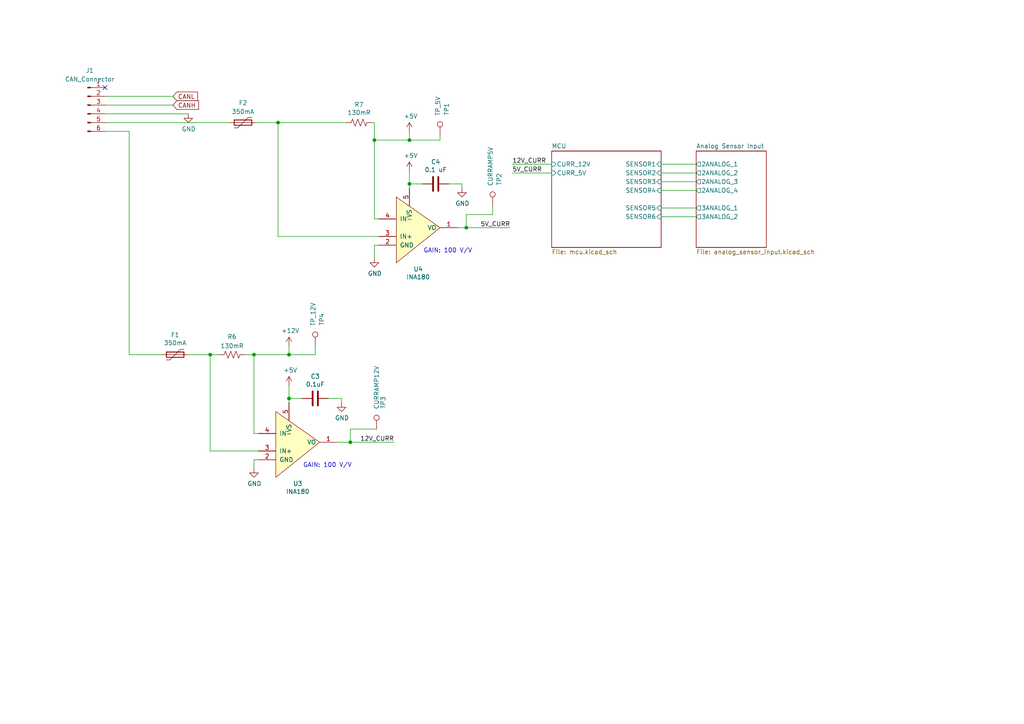
<source format=kicad_sch>
(kicad_sch (version 20231120) (generator "eeschema") (generator_version "8.0")
  (paper "A4")
  (title_block (title "Injector Sensor Hub ") (comment 1 "Made by :)"))
  (lib_symbols
    (symbol "Connector:Conn_01x06_Pin" (pin_names (offset 1.016) hide)
      (property "Reference" "J" (at 0 7.62 0))
      (property "Value" "Conn_01x06_Pin" (at 0 -10.16 0))
      (symbol "Conn_01x06_Pin_1_1"
        (polyline (pts (xy 1.27 -7.62) (xy 0.8636 -7.62)) (stroke (width 0.1524)))
        (polyline (pts (xy 1.27 -5.08) (xy 0.8636 -5.08)) (stroke (width 0.1524)))
        (polyline (pts (xy 1.27 -2.54) (xy 0.8636 -2.54)) (stroke (width 0.1524)))
        (polyline (pts (xy 1.27 0) (xy 0.8636 0)) (stroke (width 0.1524)))
        (polyline (pts (xy 1.27 2.54) (xy 0.8636 2.54)) (stroke (width 0.1524)))
        (polyline (pts (xy 1.27 5.08) (xy 0.8636 5.08)) (stroke (width 0.1524)))
        (rectangle (start 0.8636 -7.493) (end 0 -7.747) (stroke (width 0.1524)) (fill (type outline)))
        (rectangle (start 0.8636 -4.953) (end 0 -5.207) (stroke (width 0.1524)) (fill (type outline)))
        (rectangle (start 0.8636 -2.413) (end 0 -2.667) (stroke (width 0.1524)) (fill (type outline)))
        (rectangle (start 0.8636 0.127) (end 0 -0.127) (stroke (width 0.1524)) (fill (type outline)))
        (rectangle (start 0.8636 2.667) (end 0 2.413) (stroke (width 0.1524)) (fill (type outline)))
        (rectangle (start 0.8636 5.207) (end 0 4.953) (stroke (width 0.1524)) (fill (type outline)))
        (pin passive line (at 5.08 5.08 180) (length 3.81) (name "Pin_1") (number "1"))
        (pin passive line (at 5.08 2.54 180) (length 3.81) (name "Pin_2") (number "2"))
        (pin passive line (at 5.08 0 180) (length 3.81) (name "Pin_3") (number "3"))
        (pin passive line (at 5.08 -2.54 180) (length 3.81) (name "Pin_4") (number "4"))
        (pin passive line (at 5.08 -5.08 180) (length 3.81) (name "Pin_5") (number "5"))
        (pin passive line (at 5.08 -7.62 180) (length 3.81) (name "Pin_6") (number "6"))
      )
    )
    (symbol "Device:C" (pin_numbers hide) (pin_names (offset 0.254))
      (property "Reference" "C" (at 0.635 2.54 0))
      (property "Value" "C" (at 0.635 -2.54 0))
      (symbol "C_0_1"
        (polyline (pts (xy -2.032 -0.762) (xy 2.032 -0.762)) (stroke (width 0.508)))
        (polyline (pts (xy -2.032 0.762) (xy 2.032 0.762)) (stroke (width 0.508)))
      )
      (symbol "C_1_1"
        (pin passive line (at 0 3.81 270) (length 2.794) (name "~") (number "1"))
        (pin passive line (at 0 -3.81 90) (length 2.794) (name "~") (number "2"))
      )
    )
    (symbol "Device:Polyfuse" (pin_numbers hide) (pin_names (offset 0))
      (property "Reference" "F" (at -2.54 0 90))
      (property "Value" "Polyfuse" (at 2.54 0 90))
      (symbol "Polyfuse_0_1"
        (rectangle (start -0.762 2.54) (end 0.762 -2.54) (stroke (width 0.254)))
        (polyline (pts (xy 0 2.54) (xy 0 -2.54)))
        (polyline (pts (xy -1.524 2.54) (xy -1.524 1.524) (xy 1.524 -1.524) (xy 1.524 -2.54)))
      )
      (symbol "Polyfuse_1_1"
        (pin passive line (at 0 3.81 270) (length 1.27) (name "~") (number "1"))
        (pin passive line (at 0 -3.81 90) (length 1.27) (name "~") (number "2"))
      )
    )
    (symbol "Device:R_US" (pin_numbers hide) (pin_names (offset 0))
      (property "Reference" "R" (at 2.54 0 90))
      (property "Value" "R_US" (at -2.54 0 90))
      (symbol "R_US_0_1"
        (polyline (pts (xy 0 -2.286) (xy 0 -2.54)))
        (polyline (pts (xy 0 2.286) (xy 0 2.54)))
        (polyline (pts (xy 0 -0.762) (xy 1.016 -1.143) (xy 0 -1.524) (xy -1.016 -1.905) (xy 0 -2.286)))
        (polyline (pts (xy 0 0.762) (xy 1.016 0.381) (xy 0 0) (xy -1.016 -0.381) (xy 0 -0.762)))
        (polyline (pts (xy 0 2.286) (xy 1.016 1.905) (xy 0 1.524) (xy -1.016 1.143) (xy 0 0.762)))
      )
      (symbol "R_US_1_1"
        (pin passive line (at 0 3.81 270) (length 1.27) (name "~") (number "1"))
        (pin passive line (at 0 -3.81 90) (length 1.27) (name "~") (number "2"))
      )
    )
    (symbol "canhw:INA180" (pin_names (offset 1.016))
      (property "Reference" "U" (at -5.08 13.97 0))
      (property "Value" "INA180" (at -11.43 15.24 0))
      (symbol "INA180_0_1"
        (polyline (pts (xy 5.08 0) (xy -7.62 8.89)))
        (polyline (pts (xy -7.62 8.89) (xy -7.62 -10.16) (xy 5.08 0)) (fill (type background)))
      )
      (symbol "INA180_1_1"
        (pin output line (at 10.16 0 180) (length 5.08) (name "VO") (number "1"))
        (pin power_in line (at -12.7 -5.08 0) (length 5.08) (name "GND") (number "2"))
        (pin input line (at -12.7 -2.54 0) (length 5.08) (name "IN+") (number "3"))
        (pin input line (at -12.7 2.54 0) (length 5.08) (name "IN-") (number "4"))
        (pin power_in line (at -3.81 11.43 270) (length 5.08) (name "VS") (number "5"))
      )
    )
    (symbol "canhw:TestPointKeystone" (pin_numbers hide) (pin_names (offset 0.762) hide)
      (property "Reference" "TP" (at 0 6.858 0))
      (property "Value" "TestPointKeystone" (at 0 5.08 0))
      (symbol "TestPointKeystone_0_1"
        (circle (center 0 3.302) (radius 0.762))
      )
      (symbol "TestPointKeystone_1_1"
        (pin passive line (at 0 0 90) (length 2.54) (name "1") (number "1"))
      )
    )
    (symbol "power:+12V" (power) (pin_names (offset 0))
      (property "Value" "+12V" (at 0 3.556 0))
      (symbol "+12V_0_1"
        (polyline (pts (xy -0.762 1.27) (xy 0 2.54)))
        (polyline (pts (xy 0 0) (xy 0 2.54)))
        (polyline (pts (xy 0 2.54) (xy 0.762 1.27)))
      )
      (symbol "+12V_1_1"
        (pin power_in line (at 0 0 90) (length 0) hide (name "+12V") (number "1"))
      )
    )
    (symbol "power:+3V3" (power) (pin_names (offset 0))
      (property "Value" "+3V3" (at 0 3.556 0))
      (symbol "+3V3_0_1"
        (polyline (pts (xy -0.762 1.27) (xy 0 2.54)))
        (polyline (pts (xy 0 0) (xy 0 2.54)))
        (polyline (pts (xy 0 2.54) (xy 0.762 1.27)))
      )
      (symbol "+3V3_1_1"
        (pin power_in line (at 0 0 90) (length 0) hide (name "+3V3") (number "1"))
      )
    )
    (symbol "power:+5V" (power) (pin_names (offset 0))
      (property "Value" "+5V" (at 0 3.556 0))
      (symbol "+5V_0_1"
        (polyline (pts (xy -0.762 1.27) (xy 0 2.54)))
        (polyline (pts (xy 0 0) (xy 0 2.54)))
        (polyline (pts (xy 0 2.54) (xy 0.762 1.27)))
      )
      (symbol "+5V_1_1"
        (pin power_in line (at 0 0 90) (length 0) hide (name "+5V") (number "1"))
      )
    )
    (symbol "power:GND" (power) (pin_names (offset 0))
      (property "Value" "GND" (at 0 -3.81 0))
      (symbol "GND_0_1"
        (polyline (pts (xy 0 0) (xy 0 -1.27) (xy 1.27 -1.27) (xy 0 -2.54) (xy -1.27 -1.27) (xy 0 -1.27)))
      )
      (symbol "GND_1_1"
        (pin power_in line (at 0 0 270) (length 0) hide (name "GND") (number "1"))
      )
    )
  )
  (junction (at 118.745 40.64))
  (junction (at 83.82 102.87))
  (junction (at 135.255 66.04))
  (junction (at 60.96 102.87))
  (junction (at 108.585 40.64))
  (junction (at 101.6 128.27))
  (junction (at 83.82 115.57))
  (junction (at 80.645 35.56))
  (junction (at 118.745 53.34))
  (junction (at 73.66 102.87))
  (no_connect (at 30.48 25.4))
  (wire (pts (xy 73.66 102.87) (xy 83.82 102.87)))
  (wire (pts (xy 191.77 50.165) (xy 201.93 50.165)))
  (wire (pts (xy 74.295 35.56) (xy 80.645 35.56)))
  (wire (pts (xy 127.635 39.37) (xy 127.635 40.64)))
  (wire (pts (xy 99.06 115.57) (xy 99.06 116.84)))
  (wire (pts (xy 30.48 35.56) (xy 66.675 35.56)))
  (wire (pts (xy 148.59 50.165) (xy 160.02 50.165)))
  (wire (pts (xy 80.645 35.56) (xy 100.33 35.56)))
  (wire (pts (xy 108.585 40.64) (xy 118.745 40.64)))
  (wire (pts (xy 83.82 115.57) (xy 83.82 116.84)))
  (wire (pts (xy 191.77 55.245) (xy 201.93 55.245)))
  (wire (pts (xy 107.95 35.56) (xy 108.585 35.56)))
  (wire (pts (xy 71.12 102.87) (xy 73.66 102.87)))
  (wire (pts (xy 101.6 124.46) (xy 101.6 128.27)))
  (wire (pts (xy 60.96 102.87) (xy 63.5 102.87)))
  (wire (pts (xy 109.855 71.12) (xy 108.585 71.12)))
  (wire (pts (xy 80.645 68.58) (xy 80.645 35.56)))
  (wire (pts (xy 135.255 62.23) (xy 142.875 62.23)))
  (wire (pts (xy 142.875 62.23) (xy 142.875 59.69)))
  (wire (pts (xy 135.255 66.04) (xy 132.715 66.04)))
  (wire (pts (xy 118.745 53.34) (xy 118.745 54.61)))
  (wire (pts (xy 37.465 38.1) (xy 37.465 102.87)))
  (wire (pts (xy 191.77 52.705) (xy 201.93 52.705)))
  (wire (pts (xy 133.985 54.61) (xy 133.985 53.34)))
  (wire (pts (xy 118.745 40.64) (xy 118.745 38.1)))
  (wire (pts (xy 30.48 38.1) (xy 37.465 38.1)))
  (wire (pts (xy 74.93 133.35) (xy 73.66 133.35)))
  (wire (pts (xy 147.955 66.04) (xy 135.255 66.04)))
  (wire (pts (xy 73.66 125.73) (xy 74.93 125.73)))
  (wire (pts (xy 135.255 62.23) (xy 135.255 66.04)))
  (wire (pts (xy 83.82 111.76) (xy 83.82 115.57)))
  (wire (pts (xy 191.77 47.625) (xy 201.93 47.625)))
  (wire (pts (xy 114.3 128.27) (xy 101.6 128.27)))
  (wire (pts (xy 74.93 130.81) (xy 60.96 130.81)))
  (wire (pts (xy 95.25 115.57) (xy 99.06 115.57)))
  (wire (pts (xy 83.82 102.87) (xy 83.82 100.33)))
  (wire (pts (xy 91.44 100.33) (xy 91.44 102.87)))
  (wire (pts (xy 191.77 62.865) (xy 201.93 62.865)))
  (wire (pts (xy 73.66 133.35) (xy 73.66 135.89)))
  (wire (pts (xy 122.555 53.34) (xy 118.745 53.34)))
  (wire (pts (xy 73.66 125.73) (xy 73.66 102.87)))
  (wire (pts (xy 60.96 130.81) (xy 60.96 102.87)))
  (wire (pts (xy 148.59 47.625) (xy 160.02 47.625)))
  (wire (pts (xy 108.585 63.5) (xy 109.855 63.5)))
  (wire (pts (xy 191.77 60.325) (xy 201.93 60.325)))
  (wire (pts (xy 37.465 102.87) (xy 46.99 102.87)))
  (wire (pts (xy 54.61 102.87) (xy 60.96 102.87)))
  (wire (pts (xy 30.48 33.02) (xy 54.61 33.02)))
  (wire (pts (xy 127.635 40.64) (xy 118.745 40.64)))
  (wire (pts (xy 109.22 124.46) (xy 101.6 124.46)))
  (wire (pts (xy 101.6 128.27) (xy 97.79 128.27)))
  (wire (pts (xy 108.585 35.56) (xy 108.585 40.64)))
  (wire (pts (xy 108.585 63.5) (xy 108.585 40.64)))
  (wire (pts (xy 118.745 49.53) (xy 118.745 53.34)))
  (wire (pts (xy 30.48 27.94) (xy 50.165 27.94)))
  (wire (pts (xy 130.175 53.34) (xy 133.985 53.34)))
  (wire (pts (xy 108.585 71.12) (xy 108.585 74.93)))
  (wire (pts (xy 91.44 102.87) (xy 83.82 102.87)))
  (wire (pts (xy 87.63 115.57) (xy 83.82 115.57)))
  (wire (pts (xy 80.645 68.58) (xy 109.855 68.58)))
  (wire (pts (xy 30.48 30.48) (xy 50.165 30.48)))
  (text "GAIN: 100 V/V" (at 122.809 73.533 0) (effects (font (size 1.27 1.27)) (justify left bottom)))
  (text "GAIN: 100 V/V" (at 87.884 135.763 0) (effects (font (size 1.27 1.27)) (justify left bottom)))
  (label "5V_CURR" (at 148.59 50.165 0))
  (label "12V_CURR" (at 114.3 128.27 180))
  (label "12V_CURR" (at 148.59 47.625 0))
  (label "5V_CURR" (at 147.955 66.04 180))
  (global_label "CANL" (shape input) (at 50.165 27.94 0) (property "Intersheetrefs" "${INTERSHEET_REFS}" (effects (hide yes))))
  (global_label "CANH" (shape input) (at 50.165 30.48 0) (property "Intersheetrefs" "${INTERSHEET_REFS}" (effects (hide yes))))
  (symbol (lib_id "Device:Polyfuse") (at 70.485 35.56 270) (unit 1)
    (property "Reference" "F2" (at 70.485 29.845 90))
    (property "Value" "350mA" (at 70.485 32.385 90))
    (property "Footprint" "Fuse:Fuse_1206_3216Metric_Pad1.42x1.75mm_HandSolder" (effects (hide yes)))
  )
  (symbol (lib_id "Device:C") (at 91.44 115.57 270) (unit 1)
    (property "Reference" "C3" (at 91.44 109.1692 90))
    (property "Value" "0.1uF" (at 91.44 111.4806 90))
    (property "Footprint" "Capacitor_SMD:C_0805_2012Metric_Pad1.18x1.45mm_HandSolder" (effects (hide yes)))
  )
  (symbol (lib_id "Device:R_US") (at 104.14 35.56 270) (unit 1)
    (property "Reference" "R7" (at 104.14 30.353 90))
    (property "Value" "130mR" (at 104.14 32.6644 90))
    (property "Footprint" "Resistor_SMD:R_1206_3216Metric_Pad1.30x1.75mm_HandSolder" (effects (hide yes)))
  )
  (symbol (lib_id "canhw:TestPointKeystone") (at 127.635 39.37 0) (unit 1)
    (property "Reference" "TP1" (at 129.54 29.845 90) (effects (justify right)))
    (property "Value" "TP_5V" (at 127 33.655 90) (effects (justify left)))
    (property "Footprint" "TestPoint:TestPoint_Keystone_5005-5009_Compact" (effects (hide yes)))
    (property "Datasheet" "https://www.keyelco.com/userAssets/file/M65p56.pdf" (effects (hide yes)))
  )
  (symbol (lib_id "Device:R_US") (at 67.31 102.87 270) (unit 1)
    (property "Reference" "R6" (at 67.31 97.663 90))
    (property "Value" "130mR" (at 67.31 100.33 90))
    (property "Footprint" "Resistor_SMD:R_1206_3216Metric_Pad1.30x1.75mm_HandSolder" (effects (hide yes)))
  )
  (symbol (lib_id "power:GND") (at 73.66 135.89 0) (unit 1)
    (property "Reference" "#PWR014" (effects (hide yes)))
    (property "Value" "GND" (at 73.787 140.2842 0))
  )
  (symbol (lib_id "power:+5V") (at 118.745 38.1 0) (unit 1)
    (property "Reference" "#PWR018" (effects (hide yes)))
    (property "Value" "+5V" (at 119.126 33.7058 0))
  )
  (symbol (lib_id "power:GND") (at 108.585 74.93 0) (unit 1)
    (property "Reference" "#PWR015" (effects (hide yes)))
    (property "Value" "GND" (at 108.712 79.3242 0))
  )
  (symbol (lib_id "canhw:INA180") (at 87.63 128.27 0) (unit 1)
    (property "Reference" "U3" (at 86.36 140.2588 0))
    (property "Value" "INA180" (at 86.36 142.5702 0))
    (property "Footprint" "Package_TO_SOT_SMD:SOT-23-5_HandSoldering" (effects (hide yes)))
    (property "Datasheet" "http://www.ti.com/lit/ds/symlink/ina180.pdf" (effects (hide yes)))
  )
  (symbol (lib_id "power:GND") (at 133.985 54.61 0) (unit 1)
    (property "Reference" "#PWR021" (effects (hide yes)))
    (property "Value" "GND" (at 134.112 59.0042 0))
  )
  (symbol (lib_id "canhw:TestPointKeystone") (at 109.22 124.46 0) (unit 1)
    (property "Reference" "TP3" (at 111.125 114.935 90) (effects (justify right)))
    (property "Value" "CURRAMP12V" (at 109.22 106.045 90) (effects (justify right)))
    (property "Footprint" "TestPoint:TestPoint_Keystone_5005-5009_Compact" (effects (hide yes)))
    (property "Datasheet" "https://www.keyelco.com/userAssets/file/M65p56.pdf" (effects (hide yes)))
  )
  (symbol (lib_id "power:+3V3") (at 83.82 111.76 0) (unit 1)
    (property "Reference" "#PWR017" (effects (hide yes)))
    (property "Value" "+5V" (at 84.201 107.3658 0))
  )
  (symbol (lib_id "canhw:INA180") (at 122.555 66.04 0) (unit 1)
    (property "Reference" "U4" (at 121.285 78.0288 0))
    (property "Value" "INA180" (at 121.285 80.3402 0))
    (property "Footprint" "Package_TO_SOT_SMD:SOT-23-5_HandSoldering" (effects (hide yes)))
    (property "Datasheet" "http://www.ti.com/lit/ds/symlink/ina180.pdf" (effects (hide yes)))
  )
  (symbol (lib_id "Device:Polyfuse") (at 50.8 102.87 270) (unit 1)
    (property "Reference" "F1" (at 50.8 97.155 90))
    (property "Value" "350mA" (at 50.8 99.4664 90))
    (property "Footprint" "Fuse:Fuse_1206_3216Metric_Pad1.42x1.75mm_HandSolder" (effects (hide yes)))
  )
  (symbol (lib_id "power:GND") (at 99.06 116.84 0) (unit 1)
    (property "Reference" "#PWR020" (effects (hide yes)))
    (property "Value" "GND" (at 99.187 121.2342 0))
  )
  (symbol (lib_id "Device:C") (at 126.365 53.34 270) (unit 1)
    (property "Reference" "C4" (at 126.365 46.9392 90))
    (property "Value" "0.1 uF" (at 126.365 49.2506 90))
    (property "Footprint" "Capacitor_SMD:C_0805_2012Metric_Pad1.18x1.45mm_HandSolder" (effects (hide yes)))
  )
  (symbol (lib_id "power:+12V") (at 83.82 100.33 0) (unit 1)
    (property "Reference" "#PWR023" (effects (hide yes)))
    (property "Value" "+12V" (at 84.201 95.9358 0))
  )
  (symbol (lib_id "Connector:Conn_01x06_Pin") (at 25.4 30.48 0) (unit 1)
    (property "Reference" "J1" (at 26.035 20.447 0))
    (property "Value" "CAN_Connector" (at 26.035 22.987 0))
    (property "Footprint" "Canhw:connector_Harwin_G125–MG10605M4P" (effects (hide yes)))
  )
  (symbol (lib_id "power:GND") (at 54.61 33.02 0) (unit 1)
    (property "Reference" "#PWR012" (effects (hide yes)))
    (property "Value" "GND" (at 54.737 37.4142 0))
  )
  (symbol (lib_id "canhw:TestPointKeystone") (at 142.875 59.69 0) (unit 1)
    (property "Reference" "TP2" (at 144.78 50.165 90) (effects (justify right)))
    (property "Value" "CURRAMP5V" (at 142.24 42.545 90) (effects (justify right)))
    (property "Footprint" "TestPoint:TestPoint_Keystone_5005-5009_Compact" (effects (hide yes)))
    (property "Datasheet" "https://www.keyelco.com/userAssets/file/M65p56.pdf" (effects (hide yes)))
  )
  (symbol (lib_id "power:+3V3") (at 118.745 49.53 0) (unit 1)
    (property "Reference" "#PWR019" (effects (hide yes)))
    (property "Value" "+5V" (at 119.126 45.1358 0))
  )
  (symbol (lib_id "canhw:TestPointKeystone") (at 91.44 100.33 0) (unit 1)
    (property "Reference" "TP4" (at 93.345 90.805 90) (effects (justify right)))
    (property "Value" "TP_12V" (at 90.805 94.615 90) (effects (justify left)))
    (property "Footprint" "TestPoint:TestPoint_Keystone_5005-5009_Compact" (effects (hide yes)))
    (property "Datasheet" "https://www.keyelco.com/userAssets/file/M65p56.pdf" (effects (hide yes)))
  )
  (sheet (at 160.02 43.815) (size 31.75 27.94) (stroke (width 0.1524))
    (property "Sheetname" "MCU" (at 160.02 43.1034 0) (effects (justify left bottom)))
    (property "Sheetfile" "mcu.kicad_sch" (at 160.02 72.3396 0) (effects (justify left top)))
    (pin "SENSOR3" input (at 191.77 52.705 0))
    (pin "SENSOR2" input (at 191.77 50.165 0))
    (pin "SENSOR1" input (at 191.77 47.625 0))
    (pin "SENSOR5" input (at 191.77 60.325 0))
    (pin "SENSOR6" input (at 191.77 62.865 0))
    (pin "SENSOR4" input (at 191.77 55.245 0))
    (pin "CURR_12V" input (at 160.02 47.625 180))
    (pin "CURR_5V" input (at 160.02 50.165 180))
  )
  (sheet (at 201.93 43.815) (size 20.32 27.94) (stroke (width 0.1524))
    (property "Sheetname" "Analog Sensor Input" (at 201.93 43.1034 0) (effects (justify left bottom)))
    (property "Sheetfile" "analog_sensor_input.kicad_sch" (at 201.93 72.3396 0) (effects (justify left top)))
    (pin "2ANALOG_3" output (at 201.93 52.705 180))
    (pin "3ANALOG_1" output (at 201.93 60.325 180))
    (pin "3ANALOG_2" output (at 201.93 62.865 180))
    (pin "2ANALOG_1" output (at 201.93 47.625 180))
    (pin "2ANALOG_2" output (at 201.93 50.165 180))
    (pin "2ANALOG_4" output (at 201.93 55.245 180))
  )
)
</source>
